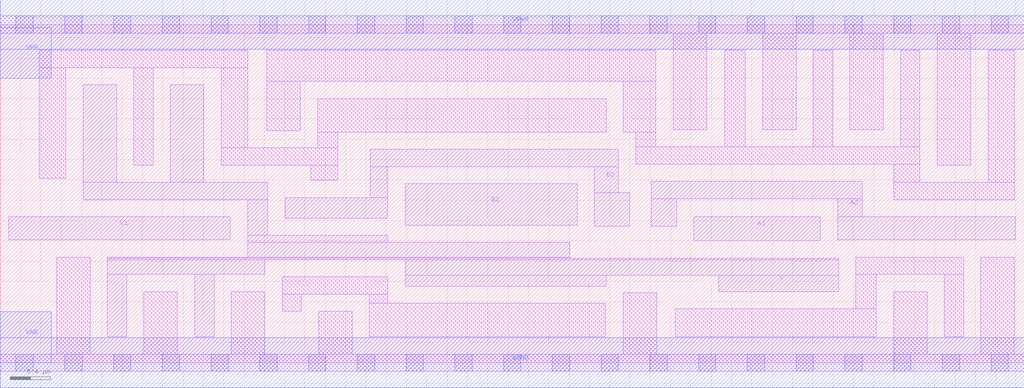
<source format=lef>
# Copyright 2020 The SkyWater PDK Authors
#
# Licensed under the Apache License, Version 2.0 (the "License");
# you may not use this file except in compliance with the License.
# You may obtain a copy of the License at
#
#     https://www.apache.org/licenses/LICENSE-2.0
#
# Unless required by applicable law or agreed to in writing, software
# distributed under the License is distributed on an "AS IS" BASIS,
# WITHOUT WARRANTIES OR CONDITIONS OF ANY KIND, either express or implied.
# See the License for the specific language governing permissions and
# limitations under the License.
#
# SPDX-License-Identifier: Apache-2.0

VERSION 5.5 ;
NAMESCASESENSITIVE ON ;
BUSBITCHARS "[]" ;
DIVIDERCHAR "/" ;
MACRO sky130_fd_sc_lp__a221oi_4
  CLASS CORE ;
  SOURCE USER ;
  ORIGIN  0.000000  0.000000 ;
  SIZE  10.08000 BY  3.330000 ;
  SYMMETRY X Y R90 ;
  SITE unit ;
  PIN A1
    ANTENNAGATEAREA  1.260000 ;
    DIRECTION INPUT ;
    USE SIGNAL ;
    PORT
      LAYER li1 ;
        RECT 6.830000 1.200000 8.075000 1.435000 ;
    END
  END A1
  PIN A2
    ANTENNAGATEAREA  1.260000 ;
    DIRECTION INPUT ;
    USE SIGNAL ;
    PORT
      LAYER li1 ;
        RECT 6.410000 1.345000 6.660000 1.615000 ;
        RECT 6.410000 1.615000 8.485000 1.785000 ;
        RECT 8.245000 1.210000 9.995000 1.435000 ;
        RECT 8.245000 1.435000 8.485000 1.615000 ;
    END
  END A2
  PIN B1
    ANTENNAGATEAREA  1.260000 ;
    DIRECTION INPUT ;
    USE SIGNAL ;
    PORT
      LAYER li1 ;
        RECT 3.985000 1.355000 5.680000 1.760000 ;
    END
  END B1
  PIN B2
    ANTENNAGATEAREA  1.260000 ;
    DIRECTION INPUT ;
    USE SIGNAL ;
    PORT
      LAYER li1 ;
        RECT 2.805000 1.425000 3.815000 1.625000 ;
        RECT 3.645000 1.625000 3.815000 1.930000 ;
        RECT 3.645000 1.930000 6.085000 2.100000 ;
        RECT 5.850000 1.345000 6.200000 1.675000 ;
        RECT 5.850000 1.675000 6.085000 1.930000 ;
    END
  END B2
  PIN C1
    ANTENNAGATEAREA  1.260000 ;
    DIRECTION INPUT ;
    USE SIGNAL ;
    PORT
      LAYER li1 ;
        RECT 0.085000 1.210000 2.265000 1.435000 ;
    END
  END C1
  PIN Y
    ANTENNADIFFAREA  2.116800 ;
    DIRECTION OUTPUT ;
    USE SIGNAL ;
    PORT
      LAYER li1 ;
        RECT 0.815000 1.605000 2.635000 1.775000 ;
        RECT 0.815000 1.775000 1.145000 2.735000 ;
        RECT 1.055000 0.255000 1.245000 0.870000 ;
        RECT 1.055000 0.870000 2.605000 1.015000 ;
        RECT 1.055000 1.015000 8.255000 1.030000 ;
        RECT 1.055000 1.030000 5.605000 1.040000 ;
        RECT 1.675000 1.775000 2.005000 2.735000 ;
        RECT 1.915000 0.255000 2.105000 0.870000 ;
        RECT 2.435000 1.040000 5.605000 1.185000 ;
        RECT 2.435000 1.185000 3.815000 1.255000 ;
        RECT 2.435000 1.255000 2.635000 1.605000 ;
        RECT 3.985000 0.755000 5.965000 0.860000 ;
        RECT 3.985000 0.860000 8.255000 1.015000 ;
        RECT 7.075000 0.700000 8.255000 0.860000 ;
    END
  END Y
  PIN VGND
    DIRECTION INOUT ;
    USE GROUND ;
    PORT
      LAYER met1 ;
        RECT 0.000000 -0.245000 10.080000 0.245000 ;
    END
  END VGND
  PIN VNB
    DIRECTION INOUT ;
    USE GROUND ;
    PORT
      LAYER met1 ;
        RECT 0.000000 0.000000 0.500000 0.500000 ;
    END
  END VNB
  PIN VPB
    DIRECTION INOUT ;
    USE POWER ;
    PORT
      LAYER met1 ;
        RECT 0.000000 2.800000 0.500000 3.300000 ;
    END
  END VPB
  PIN VPWR
    DIRECTION INOUT ;
    USE POWER ;
    PORT
      LAYER met1 ;
        RECT 0.000000 3.085000 10.080000 3.575000 ;
    END
  END VPWR
  OBS
    LAYER li1 ;
      RECT 0.000000 -0.085000 10.080000 0.085000 ;
      RECT 0.000000  3.245000 10.080000 3.415000 ;
      RECT 0.385000  1.815000  0.645000 2.905000 ;
      RECT 0.385000  2.905000  2.435000 3.075000 ;
      RECT 0.555000  0.085000  0.885000 1.040000 ;
      RECT 1.315000  1.945000  1.505000 2.905000 ;
      RECT 1.415000  0.085000  1.745000 0.700000 ;
      RECT 2.175000  1.945000  3.325000 2.115000 ;
      RECT 2.175000  2.115000  2.435000 2.905000 ;
      RECT 2.275000  0.085000  2.605000 0.700000 ;
      RECT 2.625000  2.285000  2.955000 2.770000 ;
      RECT 2.625000  2.770000  6.455000 3.075000 ;
      RECT 2.775000  0.505000  2.965000 0.675000 ;
      RECT 2.775000  0.675000  3.815000 0.845000 ;
      RECT 3.055000  1.795000  3.325000 1.945000 ;
      RECT 3.125000  2.115000  3.325000 2.270000 ;
      RECT 3.125000  2.270000  5.965000 2.600000 ;
      RECT 3.135000  0.085000  3.465000 0.505000 ;
      RECT 3.635000  0.255000  5.955000 0.585000 ;
      RECT 3.635000  0.585000  3.815000 0.675000 ;
      RECT 6.135000  0.085000  6.465000 0.690000 ;
      RECT 6.135000  2.270000  6.455000 2.770000 ;
      RECT 6.255000  1.955000  9.055000 2.125000 ;
      RECT 6.255000  2.125000  6.455000 2.270000 ;
      RECT 6.625000  2.295000  6.955000 3.245000 ;
      RECT 6.645000  0.255000  8.625000 0.530000 ;
      RECT 7.135000  2.125000  7.335000 3.075000 ;
      RECT 7.505000  2.295000  7.835000 3.245000 ;
      RECT 8.005000  2.125000  8.195000 3.075000 ;
      RECT 8.365000  2.295000  8.695000 3.245000 ;
      RECT 8.425000  0.530000  8.625000 0.870000 ;
      RECT 8.425000  0.870000  9.485000 1.040000 ;
      RECT 8.795000  0.085000  9.125000 0.700000 ;
      RECT 8.795000  1.605000  9.985000 1.775000 ;
      RECT 8.795000  1.775000  9.055000 1.955000 ;
      RECT 8.865000  2.125000  9.055000 3.075000 ;
      RECT 9.225000  1.945000  9.555000 3.245000 ;
      RECT 9.295000  0.255000  9.485000 0.870000 ;
      RECT 9.655000  0.085000  9.985000 1.040000 ;
      RECT 9.725000  1.775000  9.985000 3.075000 ;
    LAYER mcon ;
      RECT 0.155000 -0.085000 0.325000 0.085000 ;
      RECT 0.155000  3.245000 0.325000 3.415000 ;
      RECT 0.635000 -0.085000 0.805000 0.085000 ;
      RECT 0.635000  3.245000 0.805000 3.415000 ;
      RECT 1.115000 -0.085000 1.285000 0.085000 ;
      RECT 1.115000  3.245000 1.285000 3.415000 ;
      RECT 1.595000 -0.085000 1.765000 0.085000 ;
      RECT 1.595000  3.245000 1.765000 3.415000 ;
      RECT 2.075000 -0.085000 2.245000 0.085000 ;
      RECT 2.075000  3.245000 2.245000 3.415000 ;
      RECT 2.555000 -0.085000 2.725000 0.085000 ;
      RECT 2.555000  3.245000 2.725000 3.415000 ;
      RECT 3.035000 -0.085000 3.205000 0.085000 ;
      RECT 3.035000  3.245000 3.205000 3.415000 ;
      RECT 3.515000 -0.085000 3.685000 0.085000 ;
      RECT 3.515000  3.245000 3.685000 3.415000 ;
      RECT 3.995000 -0.085000 4.165000 0.085000 ;
      RECT 3.995000  3.245000 4.165000 3.415000 ;
      RECT 4.475000 -0.085000 4.645000 0.085000 ;
      RECT 4.475000  3.245000 4.645000 3.415000 ;
      RECT 4.955000 -0.085000 5.125000 0.085000 ;
      RECT 4.955000  3.245000 5.125000 3.415000 ;
      RECT 5.435000 -0.085000 5.605000 0.085000 ;
      RECT 5.435000  3.245000 5.605000 3.415000 ;
      RECT 5.915000 -0.085000 6.085000 0.085000 ;
      RECT 5.915000  3.245000 6.085000 3.415000 ;
      RECT 6.395000 -0.085000 6.565000 0.085000 ;
      RECT 6.395000  3.245000 6.565000 3.415000 ;
      RECT 6.875000 -0.085000 7.045000 0.085000 ;
      RECT 6.875000  3.245000 7.045000 3.415000 ;
      RECT 7.355000 -0.085000 7.525000 0.085000 ;
      RECT 7.355000  3.245000 7.525000 3.415000 ;
      RECT 7.835000 -0.085000 8.005000 0.085000 ;
      RECT 7.835000  3.245000 8.005000 3.415000 ;
      RECT 8.315000 -0.085000 8.485000 0.085000 ;
      RECT 8.315000  3.245000 8.485000 3.415000 ;
      RECT 8.795000 -0.085000 8.965000 0.085000 ;
      RECT 8.795000  3.245000 8.965000 3.415000 ;
      RECT 9.275000 -0.085000 9.445000 0.085000 ;
      RECT 9.275000  3.245000 9.445000 3.415000 ;
      RECT 9.755000 -0.085000 9.925000 0.085000 ;
      RECT 9.755000  3.245000 9.925000 3.415000 ;
  END
END sky130_fd_sc_lp__a221oi_4
END LIBRARY

</source>
